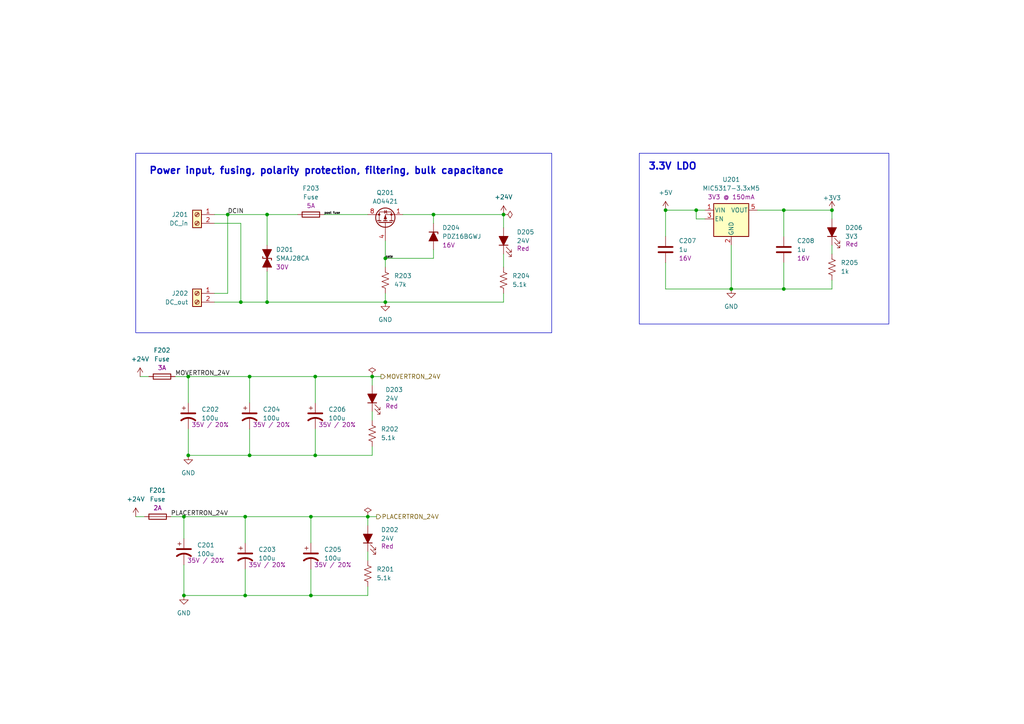
<source format=kicad_sch>
(kicad_sch (version 20230121) (generator eeschema)
  (paper "A4")
  (lib_symbols
    (symbol "Connector:Screw_Terminal_01x02" (pin_names (offset 1.016) hide)
      (property "Reference" "J" (at 0 2.54 0))
      (property "Value" "Screw_Terminal_01x02" (at 0 -5.08 0))
      (symbol "Screw_Terminal_01x02_1_1"
        (rectangle (start -1.27 1.27) (end 1.27 -3.81) (stroke (width 0.254)) (fill (type background)))
        (circle (center 0 -2.54) (radius 0.635) (stroke (width 0.1524)))
        (polyline (pts (xy -0.5334 -2.2098) (xy 0.3302 -3.048)) (stroke (width 0.1524)))
        (polyline (pts (xy -0.5334 0.3302) (xy 0.3302 -0.508)) (stroke (width 0.1524)))
        (polyline (pts (xy -0.3556 -2.032) (xy 0.508 -2.8702)) (stroke (width 0.1524)))
        (polyline (pts (xy -0.3556 0.508) (xy 0.508 -0.3302)) (stroke (width 0.1524)))
        (circle (center 0 0) (radius 0.635) (stroke (width 0.1524)))
        (pin passive line (at -5.08 0 0) (length 3.81) (name "Pin_1") (number "1"))
        (pin passive line (at -5.08 -2.54 0) (length 3.81) (name "Pin_2") (number "2"))
      )
    )
    (symbol "Device:C" (pin_numbers hide) (pin_names (offset 0.254))
      (property "Reference" "C" (at 0.635 2.54 0))
      (property "Value" "C" (at 0.635 -2.54 0))
      (symbol "C_0_1"
        (polyline (pts (xy -2.032 -0.762) (xy 2.032 -0.762)) (stroke (width 0.508)))
        (polyline (pts (xy -2.032 0.762) (xy 2.032 0.762)) (stroke (width 0.508)))
      )
      (symbol "C_1_1"
        (pin passive line (at 0 3.81 270) (length 2.794) (name "~") (number "1"))
        (pin passive line (at 0 -3.81 90) (length 2.794) (name "~") (number "2"))
      )
    )
    (symbol "Device:C_Polarized_US" (pin_numbers hide) (pin_names (offset 0.254) hide)
      (property "Reference" "C" (at 0.635 2.54 0))
      (property "Value" "C_Polarized_US" (at 0.635 -2.54 0))
      (symbol "C_Polarized_US_0_1"
        (polyline (pts (xy -2.032 0.762) (xy 2.032 0.762)) (stroke (width 0.508)))
        (polyline (pts (xy -1.778 2.286) (xy -0.762 2.286)))
        (polyline (pts (xy -1.27 1.778) (xy -1.27 2.794)))
        (arc (start 2.032 -1.27) (mid 0 -0.5572) (end -2.032 -1.27) (stroke (width 0.508)))
      )
      (symbol "C_Polarized_US_1_1"
        (pin passive line (at 0 3.81 270) (length 2.794) (name "~") (number "1"))
        (pin passive line (at 0 -3.81 90) (length 3.302) (name "~") (number "2"))
      )
    )
    (symbol "Device:D_TVS_Filled" (pin_numbers hide) (pin_names (offset 1.016) hide)
      (property "Reference" "D" (at 0 2.54 0))
      (property "Value" "D_TVS_Filled" (at 0 -2.54 0))
      (symbol "D_TVS_Filled_0_1"
        (polyline (pts (xy 1.27 0) (xy -1.27 0)))
        (polyline (pts (xy -2.54 -1.27) (xy 0 0) (xy -2.54 1.27) (xy -2.54 -1.27)) (stroke (width 0.254)) (fill (type outline)))
        (polyline (pts (xy 0.508 1.27) (xy 0 1.27) (xy 0 -1.27) (xy -0.508 -1.27)) (stroke (width 0.254)))
        (polyline (pts (xy 2.54 1.27) (xy 2.54 -1.27) (xy 0 0) (xy 2.54 1.27)) (stroke (width 0.254)) (fill (type outline)))
      )
      (symbol "D_TVS_Filled_1_1"
        (pin passive line (at -3.81 0 0) (length 2.54) (name "A1") (number "1"))
        (pin passive line (at 3.81 0 180) (length 2.54) (name "A2") (number "2"))
      )
    )
    (symbol "Device:D_Zener_Filled" (pin_numbers hide) (pin_names (offset 1.016) hide)
      (property "Reference" "D" (at 0 2.54 0))
      (property "Value" "D_Zener_Filled" (at 0 -2.54 0))
      (symbol "D_Zener_Filled_0_1"
        (polyline (pts (xy 1.27 0) (xy -1.27 0)))
        (polyline (pts (xy -1.27 -1.27) (xy -1.27 1.27) (xy -0.762 1.27)) (stroke (width 0.254)))
        (polyline (pts (xy 1.27 -1.27) (xy 1.27 1.27) (xy -1.27 0) (xy 1.27 -1.27)) (stroke (width 0.254)) (fill (type outline)))
      )
      (symbol "D_Zener_Filled_1_1"
        (pin passive line (at -3.81 0 0) (length 2.54) (name "K") (number "1"))
        (pin passive line (at 3.81 0 180) (length 2.54) (name "A") (number "2"))
      )
    )
    (symbol "Device:Fuse" (pin_numbers hide) (pin_names (offset 0))
      (property "Reference" "F" (at 2.032 0 90))
      (property "Value" "Fuse" (at -1.905 0 90))
      (symbol "Fuse_0_1"
        (rectangle (start -0.762 -2.54) (end 0.762 2.54) (stroke (width 0.254)))
        (polyline (pts (xy 0 2.54) (xy 0 -2.54)))
      )
      (symbol "Fuse_1_1"
        (pin passive line (at 0 3.81 270) (length 1.27) (name "~") (number "1"))
        (pin passive line (at 0 -3.81 90) (length 1.27) (name "~") (number "2"))
      )
    )
    (symbol "Device:LED_Filled" (pin_numbers hide) (pin_names (offset 1.016) hide)
      (property "Reference" "D" (at 0 2.54 0))
      (property "Value" "LED_Filled" (at 0 -2.54 0))
      (symbol "LED_Filled_0_1"
        (polyline (pts (xy -1.27 -1.27) (xy -1.27 1.27)) (stroke (width 0.254)))
        (polyline (pts (xy -1.27 0) (xy 1.27 0)))
        (polyline (pts (xy 1.27 -1.27) (xy 1.27 1.27) (xy -1.27 0) (xy 1.27 -1.27)) (stroke (width 0.254)) (fill (type outline)))
        (polyline (pts (xy -3.048 -0.762) (xy -4.572 -2.286) (xy -3.81 -2.286) (xy -4.572 -2.286) (xy -4.572 -1.524)))
        (polyline (pts (xy -1.778 -0.762) (xy -3.302 -2.286) (xy -2.54 -2.286) (xy -3.302 -2.286) (xy -3.302 -1.524)))
      )
      (symbol "LED_Filled_1_1"
        (pin passive line (at -3.81 0 0) (length 2.54) (name "K") (number "1"))
        (pin passive line (at 3.81 0 180) (length 2.54) (name "A") (number "2"))
      )
    )
    (symbol "Device:R_US" (pin_numbers hide) (pin_names (offset 0))
      (property "Reference" "R" (at 2.54 0 90))
      (property "Value" "R_US" (at -2.54 0 90))
      (symbol "R_US_0_1"
        (polyline (pts (xy 0 -2.286) (xy 0 -2.54)))
        (polyline (pts (xy 0 2.286) (xy 0 2.54)))
        (polyline (pts (xy 0 -0.762) (xy 1.016 -1.143) (xy 0 -1.524) (xy -1.016 -1.905) (xy 0 -2.286)))
        (polyline (pts (xy 0 0.762) (xy 1.016 0.381) (xy 0 0) (xy -1.016 -0.381) (xy 0 -0.762)))
        (polyline (pts (xy 0 2.286) (xy 1.016 1.905) (xy 0 1.524) (xy -1.016 1.143) (xy 0 0.762)))
      )
      (symbol "R_US_1_1"
        (pin passive line (at 0 3.81 270) (length 1.27) (name "~") (number "1"))
        (pin passive line (at 0 -3.81 90) (length 1.27) (name "~") (number "2"))
      )
    )
    (symbol "Regulator_Linear:MIC5317-3.3xM5" (pin_names (offset 0.254))
      (property "Reference" "U" (at -6.35 6.35 0))
      (property "Value" "MIC5317-3.3xM5" (at 0 6.35 0))
      (symbol "MIC5317-3.3xM5_0_1"
        (rectangle (start -5.08 4.445) (end 5.08 -5.08) (stroke (width 0.254)) (fill (type background)))
      )
      (symbol "MIC5317-3.3xM5_1_1"
        (pin power_in line (at -7.62 2.54 0) (length 2.54) (name "VIN") (number "1"))
        (pin power_in line (at 0 -7.62 90) (length 2.54) (name "GND") (number "2"))
        (pin input line (at -7.62 0 0) (length 2.54) (name "EN") (number "3"))
        (pin no_connect line (at 5.08 0 180) (length 2.54) hide (name "NC") (number "4"))
        (pin power_out line (at 7.62 2.54 180) (length 2.54) (name "VOUT") (number "5"))
      )
    )
    (symbol "Transistor_FET:IRF7404" (pin_names hide)
      (property "Reference" "Q" (at 5.08 1.905 0))
      (property "Value" "IRF7404" (at 5.08 0 0))
      (symbol "IRF7404_0_1"
        (polyline (pts (xy 0.254 0) (xy -2.54 0)))
        (polyline (pts (xy 0.254 1.905) (xy 0.254 -1.905)) (stroke (width 0.254)))
        (polyline (pts (xy 0.762 -1.27) (xy 0.762 -2.286)) (stroke (width 0.254)))
        (polyline (pts (xy 0.762 0.508) (xy 0.762 -0.508)) (stroke (width 0.254)))
        (polyline (pts (xy 0.762 2.286) (xy 0.762 1.27)) (stroke (width 0.254)))
        (polyline (pts (xy 2.54 2.54) (xy 2.54 1.778)))
        (polyline (pts (xy 2.54 -2.54) (xy 2.54 0) (xy 0.762 0)))
        (polyline (pts (xy 0.762 1.778) (xy 3.302 1.778) (xy 3.302 -1.778) (xy 0.762 -1.778)))
        (polyline (pts (xy 2.286 0) (xy 1.27 0.381) (xy 1.27 -0.381) (xy 2.286 0)) (fill (type outline)))
        (polyline (pts (xy 2.794 -0.508) (xy 2.921 -0.381) (xy 3.683 -0.381) (xy 3.81 -0.254)))
        (polyline (pts (xy 3.302 -0.381) (xy 2.921 0.254) (xy 3.683 0.254) (xy 3.302 -0.381)))
        (circle (center 1.651 0) (radius 2.794) (stroke (width 0.254)))
        (circle (center 2.54 -1.778) (radius 0.254) (fill (type outline)))
        (circle (center 2.54 1.778) (radius 0.254) (fill (type outline)))
      )
      (symbol "IRF7404_1_1"
        (pin passive line (at 2.54 -5.08 90) (length 2.54) (name "S") (number "1"))
        (pin passive line (at 2.54 -5.08 90) (length 2.54) hide (name "S") (number "2"))
        (pin passive line (at 2.54 -5.08 90) (length 2.54) hide (name "S") (number "3"))
        (pin passive line (at -5.08 0 0) (length 2.54) (name "G") (number "4"))
        (pin passive line (at 2.54 5.08 270) (length 2.54) hide (name "D") (number "5"))
        (pin passive line (at 2.54 5.08 270) (length 2.54) hide (name "D") (number "6"))
        (pin passive line (at 2.54 5.08 270) (length 2.54) hide (name "D") (number "7"))
        (pin passive line (at 2.54 5.08 270) (length 2.54) (name "D") (number "8"))
      )
    )
    (symbol "power:+24V" (power) (pin_names (offset 0))
      (property "Value" "+24V" (at 0 3.556 0))
      (symbol "+24V_0_1"
        (polyline (pts (xy -0.762 1.27) (xy 0 2.54)))
        (polyline (pts (xy 0 0) (xy 0 2.54)))
        (polyline (pts (xy 0 2.54) (xy 0.762 1.27)))
      )
      (symbol "+24V_1_1"
        (pin power_in line (at 0 0 90) (length 0) hide (name "+24V") (number "1"))
      )
    )
    (symbol "power:+3V3" (power) (pin_names (offset 0))
      (property "Value" "+3V3" (at 0 3.556 0))
      (symbol "+3V3_0_1"
        (polyline (pts (xy -0.762 1.27) (xy 0 2.54)))
        (polyline (pts (xy 0 0) (xy 0 2.54)))
        (polyline (pts (xy 0 2.54) (xy 0.762 1.27)))
      )
      (symbol "+3V3_1_1"
        (pin power_in line (at 0 0 90) (length 0) hide (name "+3V3") (number "1"))
      )
    )
    (symbol "power:+5V" (power) (pin_names (offset 0))
      (property "Value" "+5V" (at 0 3.556 0))
      (symbol "+5V_0_1"
        (polyline (pts (xy -0.762 1.27) (xy 0 2.54)))
        (polyline (pts (xy 0 0) (xy 0 2.54)))
        (polyline (pts (xy 0 2.54) (xy 0.762 1.27)))
      )
      (symbol "+5V_1_1"
        (pin power_in line (at 0 0 90) (length 0) hide (name "+5V") (number "1"))
      )
    )
    (symbol "power:GND" (power) (pin_names (offset 0))
      (property "Value" "GND" (at 0 -3.81 0))
      (symbol "GND_0_1"
        (polyline (pts (xy 0 0) (xy 0 -1.27) (xy 1.27 -1.27) (xy 0 -2.54) (xy -1.27 -1.27) (xy 0 -1.27)))
      )
      (symbol "GND_1_1"
        (pin power_in line (at 0 0 270) (length 0) hide (name "GND") (number "1"))
      )
    )
    (symbol "power:PWR_FLAG" (power) (pin_numbers hide) (pin_names (offset 0) hide)
      (property "Value" "PWR_FLAG" (at 0 3.81 0))
      (symbol "PWR_FLAG_0_0"
        (pin power_out line (at 0 0 90) (length 0) (name "pwr") (number "1"))
      )
      (symbol "PWR_FLAG_0_1"
        (polyline (pts (xy 0 0) (xy 0 1.27) (xy -1.016 1.905) (xy 0 2.54) (xy 1.016 1.905) (xy 0 1.27)))
      )
    )
  )
  (junction (at 90.17 172.72))
  (junction (at 111.76 87.63))
  (junction (at 91.44 132.08))
  (junction (at 91.44 109.22))
  (junction (at 66.04 62.23))
  (junction (at 111.76 74.93))
  (junction (at 193.04 60.96))
  (junction (at 212.09 83.82))
  (junction (at 71.12 149.86))
  (junction (at 72.39 132.08))
  (junction (at 125.73 62.23))
  (junction (at 71.12 172.72))
  (junction (at 53.34 172.72))
  (junction (at 106.68 149.86))
  (junction (at 54.61 109.22))
  (junction (at 227.33 83.82))
  (junction (at 77.47 87.63))
  (junction (at 72.39 109.22))
  (junction (at 241.3 60.96))
  (junction (at 90.17 149.86))
  (junction (at 107.95 109.22))
  (junction (at 54.61 132.08))
  (junction (at 201.93 60.96))
  (junction (at 227.33 60.96))
  (junction (at 69.85 87.63))
  (junction (at 77.47 62.23))
  (junction (at 146.05 62.23))
  (junction (at 53.34 149.86))
  (wire (pts (xy 125.73 64.77) (xy 125.73 62.23)))
  (wire (pts (xy 71.12 165.1) (xy 71.12 172.72)))
  (wire (pts (xy 111.76 74.93) (xy 125.73 74.93)))
  (wire (pts (xy 71.12 149.86) (xy 90.17 149.86)))
  (wire (pts (xy 62.23 87.63) (xy 69.85 87.63)))
  (wire (pts (xy 193.04 76.2) (xy 193.04 83.82)))
  (wire (pts (xy 193.04 68.58) (xy 193.04 60.96)))
  (wire (pts (xy 227.33 60.96) (xy 241.3 60.96)))
  (wire (pts (xy 107.95 109.22) (xy 107.95 111.76)))
  (wire (pts (xy 49.53 149.86) (xy 53.34 149.86)))
  (wire (pts (xy 71.12 157.48) (xy 71.12 149.86)))
  (wire (pts (xy 107.95 129.54) (xy 107.95 132.08)))
  (wire (pts (xy 40.64 109.22) (xy 43.18 109.22)))
  (wire (pts (xy 111.76 87.63) (xy 77.47 87.63)))
  (wire (pts (xy 53.34 163.83) (xy 53.34 172.72)))
  (wire (pts (xy 227.33 76.2) (xy 227.33 83.82)))
  (wire (pts (xy 111.76 87.63) (xy 146.05 87.63)))
  (wire (pts (xy 69.85 64.77) (xy 69.85 87.63)))
  (wire (pts (xy 54.61 109.22) (xy 72.39 109.22)))
  (wire (pts (xy 146.05 85.09) (xy 146.05 87.63)))
  (wire (pts (xy 91.44 109.22) (xy 107.95 109.22)))
  (wire (pts (xy 90.17 165.1) (xy 90.17 172.72)))
  (wire (pts (xy 53.34 149.86) (xy 71.12 149.86)))
  (wire (pts (xy 50.8 109.22) (xy 54.61 109.22)))
  (wire (pts (xy 91.44 124.46) (xy 91.44 132.08)))
  (wire (pts (xy 77.47 62.23) (xy 86.36 62.23)))
  (wire (pts (xy 193.04 60.96) (xy 201.93 60.96)))
  (wire (pts (xy 62.23 62.23) (xy 66.04 62.23)))
  (wire (pts (xy 111.76 85.09) (xy 111.76 87.63)))
  (wire (pts (xy 77.47 62.23) (xy 77.47 71.12)))
  (wire (pts (xy 69.85 87.63) (xy 77.47 87.63)))
  (wire (pts (xy 106.68 149.86) (xy 106.68 152.4)))
  (wire (pts (xy 227.33 83.82) (xy 212.09 83.82)))
  (wire (pts (xy 53.34 149.86) (xy 53.34 156.21)))
  (wire (pts (xy 125.73 62.23) (xy 116.84 62.23)))
  (wire (pts (xy 54.61 109.22) (xy 54.61 116.84)))
  (wire (pts (xy 107.95 119.38) (xy 107.95 121.92)))
  (wire (pts (xy 212.09 71.12) (xy 212.09 83.82)))
  (wire (pts (xy 106.68 172.72) (xy 90.17 172.72)))
  (wire (pts (xy 66.04 62.23) (xy 66.04 85.09)))
  (wire (pts (xy 62.23 64.77) (xy 69.85 64.77)))
  (wire (pts (xy 106.68 149.86) (xy 109.22 149.86)))
  (wire (pts (xy 241.3 81.28) (xy 241.3 83.82)))
  (wire (pts (xy 241.3 71.12) (xy 241.3 73.66)))
  (wire (pts (xy 227.33 68.58) (xy 227.33 60.96)))
  (wire (pts (xy 72.39 132.08) (xy 54.61 132.08)))
  (wire (pts (xy 39.37 149.86) (xy 41.91 149.86)))
  (wire (pts (xy 111.76 69.85) (xy 111.76 74.93)))
  (wire (pts (xy 90.17 157.48) (xy 90.17 149.86)))
  (wire (pts (xy 241.3 63.5) (xy 241.3 60.96)))
  (wire (pts (xy 111.76 74.93) (xy 111.76 77.47)))
  (wire (pts (xy 219.71 60.96) (xy 227.33 60.96)))
  (wire (pts (xy 72.39 109.22) (xy 91.44 109.22)))
  (wire (pts (xy 204.47 63.5) (xy 201.93 63.5)))
  (wire (pts (xy 72.39 124.46) (xy 72.39 132.08)))
  (wire (pts (xy 125.73 62.23) (xy 146.05 62.23)))
  (wire (pts (xy 72.39 116.84) (xy 72.39 109.22)))
  (wire (pts (xy 62.23 85.09) (xy 66.04 85.09)))
  (wire (pts (xy 91.44 116.84) (xy 91.44 109.22)))
  (wire (pts (xy 66.04 62.23) (xy 77.47 62.23)))
  (wire (pts (xy 90.17 149.86) (xy 106.68 149.86)))
  (wire (pts (xy 107.95 132.08) (xy 91.44 132.08)))
  (wire (pts (xy 146.05 73.66) (xy 146.05 77.47)))
  (wire (pts (xy 201.93 60.96) (xy 204.47 60.96)))
  (wire (pts (xy 106.68 170.18) (xy 106.68 172.72)))
  (wire (pts (xy 146.05 66.04) (xy 146.05 62.23)))
  (wire (pts (xy 77.47 78.74) (xy 77.47 87.63)))
  (wire (pts (xy 125.73 74.93) (xy 125.73 72.39)))
  (wire (pts (xy 201.93 63.5) (xy 201.93 60.96)))
  (wire (pts (xy 106.68 160.02) (xy 106.68 162.56)))
  (wire (pts (xy 227.33 83.82) (xy 241.3 83.82)))
  (wire (pts (xy 107.95 109.22) (xy 110.49 109.22)))
  (wire (pts (xy 90.17 172.72) (xy 71.12 172.72)))
  (wire (pts (xy 93.98 62.23) (xy 106.68 62.23)))
  (wire (pts (xy 71.12 172.72) (xy 53.34 172.72)))
  (wire (pts (xy 91.44 132.08) (xy 72.39 132.08)))
  (wire (pts (xy 193.04 83.82) (xy 212.09 83.82)))
  (wire (pts (xy 54.61 124.46) (xy 54.61 132.08)))
  (rectangle (start 185.42 44.45) (end 257.81 93.98))
  (rectangle (start 39.37 44.45) (end 160.02 96.52))
  (text "Power input, fusing, polarity protection, filtering, bulk capacitance" (at 43.18 50.8 0) (effects (font (size 2 2) (thickness 0.4) bold) (justify left bottom)))
  (text "3.3V LDO" (at 187.96 49.53 0) (effects (font (size 2 2) bold) (justify left bottom)))
  (label "MOVERTRON_24V" (at 50.8 109.22 0))
  (label "gate" (at 111.76 74.93 0) (effects (font (size 0.64 0.64))))
  (label "PLACERTRON_24V" (at 49.53 149.86 0))
  (label "post fuse" (at 93.98 62.23 0) (effects (font (size 0.64 0.64))))
  (label "DCIN" (at 66.04 62.23 0))
  (hierarchical_label "PLACERTRON_24V" (shape output) (at 109.22 149.86 0))
  (hierarchical_label "MOVERTRON_24V" (shape output) (at 110.49 109.22 0))
  (symbol (lib_id "power:+24V") (at 40.64 109.22 0) (unit 1)
    (property "Reference" "#PWR0202" (effects hide))
    (property "Value" "+24V" (at 40.64 104.14 0))
    (instances (project "linkertron" (path "" (reference "#PWR0202") (unit 1))) (project "movertron" (path "" (reference "#PWR0212") (unit 1))))
  )
  (symbol (lib_id "Device:C_Polarized_US") (at 90.17 161.29 0) (unit 1)
    (property "Reference" "C205" (at 93.98 159.385 0) (effects (justify left)))
    (property "Value" "100u" (at 93.98 161.925 0) (effects (justify left)))
    (property "Footprint" "Capacitor_SMD:CP_Elec_6.3x9.9" (effects hide))
    (property "mpn" "865080653016" (effects hide))
    (property "Rating" "35V / 20%" (at 96.52 163.83 0))
    (instances (project "linkertron" (path "" (reference "C205") (unit 1))) (project "movertron" (path "" (reference "C208") (unit 1))))
  )
  (symbol (lib_id "Device:D_TVS_Filled") (at 77.47 74.93 90) (unit 1)
    (property "Reference" "D201" (at 80.01 72.39 90) (effects (justify right)))
    (property "Value" "SMAJ28CA" (at 80.01 74.93 90) (effects (justify right)))
    (property "Footprint" "Droid:D_SMA" (effects hide))
    (property "Datasheet" "https://www.bourns.com/docs/Product-Datasheets/SMAJ.pdf" (effects hide))
    (property "Rating" "30V" (at 80.01 77.47 90) (effects (justify right)))
    (property "mpn" "SMAJ28CA" (effects hide))
  )
  (symbol (lib_id "Device:LED_Filled") (at 107.95 115.57 90) (unit 1)
    (property "Reference" "D203" (at 111.76 113.03 90) (effects (justify right)))
    (property "Value" "24V" (at 111.76 115.57 90) (effects (justify right)))
    (property "Footprint" "Droid:LED_0805_LiteOn" (effects hide))
    (property "mpn" "APT2012EC" (effects hide))
    (property "Rating" "Red" (at 111.76 117.7925 90) (effects (justify right)))
    (instances (project "linkertron" (path "" (reference "D203") (unit 1))) (project "movertron" (path "" (reference "D204") (unit 1))))
  )
  (symbol (lib_id "power:+5V") (at 193.04 60.96 0) (unit 1)
    (property "Reference" "#PWR0207" (effects hide))
    (property "Value" "+5V" (at 193.04 55.88 0))
    (instances (project "linkertron" (path "" (reference "#PWR0207") (unit 1))) (project "movertron" (path "" (reference "#PWR0209") (unit 1))))
  )
  (symbol (lib_id "power:GND") (at 53.34 172.72 0) (unit 1)
    (property "Reference" "#PWR0203" (effects hide))
    (property "Value" "GND" (at 53.34 177.8 0))
  )
  (symbol (lib_id "power:GND") (at 212.09 83.82 0) (unit 1)
    (property "Reference" "#PWR0208" (effects hide))
    (property "Value" "GND" (at 212.09 88.9 0))
    (instances (project "linkertron" (path "" (reference "#PWR0208") (unit 1))) (project "movertron" (path "" (reference "#PWR0210") (unit 1))))
  )
  (symbol (lib_id "Device:Fuse") (at 90.17 62.23 90) (unit 1)
    (property "Reference" "F203" (at 90.17 54.61 90))
    (property "Value" "Fuse" (at 90.17 57.15 90))
    (property "Footprint" "Fuse:Fuseholder_Blade_Mini_Keystone_3568" (effects hide))
    (property "Datasheet" "https://www.keyelco.com/userAssets/file/M65p42.pdf" (effects hide))
    (property "Rating" "5A" (at 90.17 59.69 90))
    (property "mpn" "3568" (effects hide))
    (instances (project "linkertron" (path "" (reference "F203") (unit 1))) (project "movertron" (path "" (reference "F201") (unit 1))))
  )
  (symbol (lib_id "Device:Fuse") (at 46.99 109.22 90) (unit 1)
    (property "Reference" "F202" (at 46.99 101.6 90))
    (property "Value" "Fuse" (at 46.99 104.14 90))
    (property "Footprint" "Fuse:Fuseholder_Blade_Mini_Keystone_3568" (effects hide))
    (property "Datasheet" "https://www.keyelco.com/userAssets/file/M65p42.pdf" (effects hide))
    (property "Rating" "3A" (at 46.99 106.68 90))
    (property "mpn" "3568" (effects hide))
    (instances (project "linkertron" (path "" (reference "F202") (unit 1))) (project "movertron" (path "" (reference "F201") (unit 1))))
  )
  (symbol (lib_id "Device:LED_Filled") (at 146.05 69.85 90) (unit 1)
    (property "Reference" "D205" (at 149.86 67.31 90) (effects (justify right)))
    (property "Value" "24V" (at 149.86 69.85 90) (effects (justify right)))
    (property "Footprint" "Droid:LED_0805_LiteOn" (effects hide))
    (property "mpn" "APT2012EC" (effects hide))
    (property "Rating" "Red" (at 149.86 72.0725 90) (effects (justify right)))
    (instances (project "linkertron" (path "" (reference "D205") (unit 1))) (project "movertron" (path "" (reference "D204") (unit 1))))
  )
  (symbol (lib_id "power:+24V") (at 39.37 149.86 0) (unit 1)
    (property "Reference" "#PWR0201" (effects hide))
    (property "Value" "+24V" (at 39.37 144.78 0))
    (instances (project "linkertron" (path "" (reference "#PWR0201") (unit 1))) (project "movertron" (path "" (reference "#PWR0212") (unit 1))))
  )
  (symbol (lib_id "Transistor_FET:IRF7404") (at 111.76 64.77 90) (unit 1)
    (property "Reference" "Q201" (at 111.76 55.88 90))
    (property "Value" "AO4421" (at 111.76 58.42 90))
    (property "Footprint" "Package_SO:SOIC-8_3.9x4.9mm_P1.27mm" (effects hide))
    (property "Datasheet" "http://www.aosmd.com/res/data_sheets/AO4421.pdf" (effects hide))
    (property "mpn" "AO4421" (effects hide))
  )
  (symbol (lib_id "Device:R_US") (at 106.68 166.37 0) (unit 1)
    (property "Reference" "R201" (at 109.22 165.1 0) (effects (justify left)))
    (property "Value" "5.1k" (at 109.22 167.64 0) (effects (justify left)))
    (property "Footprint" "Droid:R_0603_HandSolder" (effects hide))
    (property "mpn" "RMCF0603FT5K10" (effects hide))
    (instances (project "linkertron" (path "" (reference "R201") (unit 1))) (project "movertron" (path "" (reference "R203") (unit 1))))
  )
  (symbol (lib_id "power:+3V3") (at 241.3 60.96 0) (unit 1)
    (property "Reference" "#PWR0209" (effects hide))
    (property "Value" "+3V3" (at 241.3 57.404 0))
    (instances (project "linkertron" (path "" (reference "#PWR0209") (unit 1))) (project "movertron" (path "" (reference "#PWR0211") (unit 1))))
  )
  (symbol (lib_id "Device:R_US") (at 146.05 81.28 0) (unit 1)
    (property "Reference" "R204" (at 148.59 80.01 0) (effects (justify left)))
    (property "Value" "5.1k" (at 148.59 82.55 0) (effects (justify left)))
    (property "Footprint" "Droid:R_0603_HandSolder" (effects hide))
    (property "mpn" "RMCF0603FT5K10" (effects hide))
    (instances (project "linkertron" (path "" (reference "R204") (unit 1))) (project "movertron" (path "" (reference "R203") (unit 1))))
  )
  (symbol (lib_id "power:GND") (at 111.76 87.63 0) (unit 1)
    (property "Reference" "#PWR0205" (effects hide))
    (property "Value" "GND" (at 111.76 92.71 0))
    (instances (project "linkertron" (path "" (reference "#PWR0205") (unit 1))) (project "movertron" (path "" (reference "#PWR0207") (unit 1))))
  )
  (symbol (lib_id "Device:C_Polarized_US") (at 72.39 120.65 0) (unit 1)
    (property "Reference" "C204" (at 76.2 118.745 0) (effects (justify left)))
    (property "Value" "100u" (at 76.2 121.285 0) (effects (justify left)))
    (property "Footprint" "Capacitor_SMD:CP_Elec_6.3x9.9" (effects hide))
    (property "mpn" "865080653016" (effects hide))
    (property "Rating" "35V / 20%" (at 78.74 123.19 0))
    (instances (project "linkertron" (path "" (reference "C204") (unit 1))) (project "movertron" (path "" (reference "C208") (unit 1))))
  )
  (symbol (lib_id "Device:C_Polarized_US") (at 91.44 120.65 0) (unit 1)
    (property "Reference" "C206" (at 95.25 118.745 0) (effects (justify left)))
    (property "Value" "100u" (at 95.25 121.285 0) (effects (justify left)))
    (property "Footprint" "Capacitor_SMD:CP_Elec_6.3x9.9" (effects hide))
    (property "mpn" "865080653016" (effects hide))
    (property "Rating" "35V / 20%" (at 97.79 123.19 0))
    (instances (project "linkertron" (path "" (reference "C206") (unit 1))) (project "movertron" (path "" (reference "C208") (unit 1))))
  )
  (symbol (lib_id "power:PWR_FLAG") (at 106.68 149.86 0) (unit 1)
    (property "Reference" "#FLG0201" (effects hide))
    (property "Value" "PWR_FLAG" (effects hide))
  )
  (symbol (lib_id "Regulator_Linear:MIC5317-3.3xM5") (at 212.09 63.5 0) (unit 1)
    (property "Reference" "U201" (at 212.09 52.07 0))
    (property "Value" "MIC5317-3.3xM5" (at 212.09 54.61 0))
    (property "Footprint" "Package_TO_SOT_SMD:SOT-23-5" (effects hide))
    (property "Datasheet" "https://ww1.microchip.com/downloads/aemDocuments/documents/OTH/ProductDocuments/DataSheets/MIC5317-High-Performance-Single-150mA-LDO-DS20006195B.pdf" (effects hide))
    (property "mpn" "MIC5317-3.3YD5" (effects hide))
    (property "Rating" "3V3 @ 150mA" (at 212.09 57.15 0))
    (instances (project "linkertron" (path "" (reference "U201") (unit 1))) (project "movertron" (path "" (reference "U202") (unit 1))))
  )
  (symbol (lib_id "power:PWR_FLAG") (at 146.05 62.23 270) (unit 1)
    (property "Reference" "#FLG0203" (effects hide))
    (property "Value" "PWR_FLAG" (effects hide))
  )
  (symbol (lib_id "Device:LED_Filled") (at 241.3 67.31 90) (unit 1)
    (property "Reference" "D206" (at 245.11 66.04 90) (effects (justify right)))
    (property "Value" "3V3" (at 245.11 68.58 90) (effects (justify right)))
    (property "Footprint" "Droid:LED_0805_LiteOn" (effects hide))
    (property "mpn" "APT2012EC" (effects hide))
    (property "Rating" "Red" (at 248.92 70.8025 90) (effects (justify left)))
    (instances (project "linkertron" (path "" (reference "D206") (unit 1))) (project "movertron" (path "" (reference "D205") (unit 1))))
  )
  (symbol (lib_id "power:GND") (at 54.61 132.08 0) (unit 1)
    (property "Reference" "#PWR0204" (effects hide))
    (property "Value" "GND" (at 54.61 137.16 0))
  )
  (symbol (lib_id "power:+24V") (at 146.05 62.23 0) (unit 1)
    (property "Reference" "#PWR0206" (effects hide))
    (property "Value" "+24V" (at 146.05 57.15 0))
    (instances (project "linkertron" (path "" (reference "#PWR0206") (unit 1))) (project "movertron" (path "" (reference "#PWR0212") (unit 1))))
  )
  (symbol (lib_id "Device:R_US") (at 241.3 77.47 0) (unit 1)
    (property "Reference" "R205" (at 243.84 76.2 0) (effects (justify left)))
    (property "Value" "1k" (at 243.84 78.74 0) (effects (justify left)))
    (property "Footprint" "Droid:R_0603_HandSolder" (effects hide))
    (property "mpn" "RMCF0603JT1K00" (effects hide))
    (property "Rating" "100mw" (effects hide))
    (instances (project "linkertron" (path "" (reference "R205") (unit 1))) (project "movertron" (path "" (reference "R204") (unit 1))))
  )
  (symbol (lib_id "Device:C_Polarized_US") (at 71.12 161.29 0) (unit 1)
    (property "Reference" "C203" (at 74.93 159.385 0) (effects (justify left)))
    (property "Value" "100u" (at 74.93 161.925 0) (effects (justify left)))
    (property "Footprint" "Capacitor_SMD:CP_Elec_6.3x9.9" (effects hide))
    (property "mpn" "865080653016" (effects hide))
    (property "Rating" "35V / 20%" (at 77.47 163.83 0))
    (instances (project "linkertron" (path "" (reference "C203") (unit 1))) (project "movertron" (path "" (reference "C208") (unit 1))))
  )
  (symbol (lib_id "power:PWR_FLAG") (at 107.95 109.22 0) (unit 1)
    (property "Reference" "#FLG0202" (effects hide))
    (property "Value" "PWR_FLAG" (effects hide))
  )
  (symbol (lib_id "Device:R_US") (at 111.76 81.28 0) (unit 1)
    (property "Reference" "R203" (at 114.3 80.01 0) (effects (justify left)))
    (property "Value" "47k" (at 114.3 82.55 0) (effects (justify left)))
    (property "Footprint" "Droid:R_0603_HandSolder" (effects hide))
    (property "mpn" "RC0603FR-0747KL" (effects hide))
    (instances (project "linkertron" (path "" (reference "R203") (unit 1))) (project "movertron" (path "" (reference "R201") (unit 1))))
  )
  (symbol (lib_id "Device:R_US") (at 107.95 125.73 0) (unit 1)
    (property "Reference" "R202" (at 110.49 124.46 0) (effects (justify left)))
    (property "Value" "5.1k" (at 110.49 127 0) (effects (justify left)))
    (property "Footprint" "Droid:R_0603_HandSolder" (effects hide))
    (property "mpn" "RMCF0603FT5K10" (effects hide))
    (instances (project "linkertron" (path "" (reference "R202") (unit 1))) (project "movertron" (path "" (reference "R203") (unit 1))))
  )
  (symbol (lib_id "Device:C_Polarized_US") (at 53.34 160.02 0) (unit 1)
    (property "Reference" "C201" (at 57.15 158.115 0) (effects (justify left)))
    (property "Value" "100u" (at 57.15 160.655 0) (effects (justify left)))
    (property "Footprint" "Capacitor_SMD:CP_Elec_6.3x9.9" (effects hide))
    (property "mpn" "865080653016" (effects hide))
    (property "Rating" "35V / 20%" (at 59.69 162.56 0))
    (instances (project "linkertron" (path "" (reference "C201") (unit 1))) (project "movertron" (path "" (reference "C208") (unit 1))))
  )
  (symbol (lib_id "Device:D_Zener_Filled") (at 125.73 68.58 270) (unit 1)
    (property "Reference" "D204" (at 128.27 66.04 90) (effects (justify left)))
    (property "Value" "PDZ16BGWJ" (at 128.27 68.58 90) (effects (justify left)))
    (property "Footprint" "Droid:D_SOD-123" (effects hide))
    (property "Datasheet" "https://assets.nexperia.com/documents/data-sheet/PDZ-GW_SER.pdf" (effects hide))
    (property "Rating" "16V" (at 128.27 71.12 90) (effects (justify left)))
    (property "mpn" "PDZ16BGWJ" (effects hide))
    (instances (project "linkertron" (path "" (reference "D204") (unit 1))) (project "movertron" (path "" (reference "D202") (unit 1))))
  )
  (symbol (lib_id "Device:LED_Filled") (at 106.68 156.21 90) (unit 1)
    (property "Reference" "D202" (at 110.49 153.67 90) (effects (justify right)))
    (property "Value" "24V" (at 110.49 156.21 90) (effects (justify right)))
    (property "Footprint" "Droid:LED_0805_LiteOn" (effects hide))
    (property "mpn" "APT2012EC" (effects hide))
    (property "Rating" "Red" (at 110.49 158.4325 90) (effects (justify right)))
    (instances (project "linkertron" (path "" (reference "D202") (unit 1))) (project "movertron" (path "" (reference "D204") (unit 1))))
  )
  (symbol (lib_id "Connector:Screw_Terminal_01x02") (at 57.15 62.23 0) (mirror y) (unit 1)
    (property "Reference" "J201" (at 54.61 62.23 0) (effects (justify left)))
    (property "Value" "DC_in" (at 54.61 64.77 0) (effects (justify left)))
    (property "Footprint" "Droid:TerminalBlock_PhoenixContact_2x5mm" (effects hide))
    (property "Datasheet" "https://mm.digikey.com/Volume0/opasdata/d220001/medias/docus/909/1935161.pdf" (effects hide))
    (property "mpn" "1935161" (effects hide))
  )
  (symbol (lib_id "Device:C") (at 227.33 72.39 0) (unit 1)
    (property "Reference" "C208" (at 231.14 69.85 0) (effects (justify left)))
    (property "Value" "1u" (at 231.14 72.39 0) (effects (justify left)))
    (property "Footprint" "Droid:C_0603_HandSolder" (effects hide))
    (property "mpn" "CL10B105MO8NNWC" (effects hide))
    (property "Rating" "16V" (at 231.14 74.93 0) (effects (justify left)))
    (instances (project "linkertron" (path "" (reference "C208") (unit 1))) (project "movertron" (path "" (reference "C207") (unit 1))))
  )
  (symbol (lib_id "Connector:Screw_Terminal_01x02") (at 57.15 85.09 0) (mirror y) (unit 1)
    (property "Reference" "J202" (at 54.61 85.09 0) (effects (justify left)))
    (property "Value" "DC_out" (at 54.61 87.63 0) (effects (justify left)))
    (property "Footprint" "Droid:TerminalBlock_PhoenixContact_2x5mm" (effects hide))
    (property "mpn" "1935161" (effects hide))
  )
  (symbol (lib_id "Device:Fuse") (at 45.72 149.86 90) (unit 1)
    (property "Reference" "F201" (at 45.72 142.24 90))
    (property "Value" "Fuse" (at 45.72 144.78 90))
    (property "Footprint" "Fuse:Fuseholder_Blade_Mini_Keystone_3568" (effects hide))
    (property "Datasheet" "https://www.keyelco.com/userAssets/file/M65p42.pdf" (effects hide))
    (property "Rating" "2A" (at 45.72 147.32 90))
    (property "mpn" "3568" (effects hide))
  )
  (symbol (lib_id "Device:C_Polarized_US") (at 54.61 120.65 0) (unit 1)
    (property "Reference" "C202" (at 58.42 118.745 0) (effects (justify left)))
    (property "Value" "100u" (at 58.42 121.285 0) (effects (justify left)))
    (property "Footprint" "Capacitor_SMD:CP_Elec_6.3x9.9" (effects hide))
    (property "mpn" "865080653016" (effects hide))
    (property "Rating" "35V / 20%" (at 60.96 123.19 0))
    (instances (project "linkertron" (path "" (reference "C202") (unit 1))) (project "movertron" (path "" (reference "C208") (unit 1))))
  )
  (symbol (lib_id "Device:C") (at 193.04 72.39 0) (unit 1)
    (property "Reference" "C207" (at 196.85 69.85 0) (effects (justify left)))
    (property "Value" "1u" (at 196.85 72.39 0) (effects (justify left)))
    (property "Footprint" "Droid:C_0603_HandSolder" (effects hide))
    (property "mpn" "CL10B105MO8NNWC" (effects hide))
    (property "Rating" "16V" (at 196.85 74.93 0) (effects (justify left)))
    (instances (project "linkertron" (path "" (reference "C207") (unit 1))) (project "movertron" (path "" (reference "C205") (unit 1))))
  )
)
</source>
